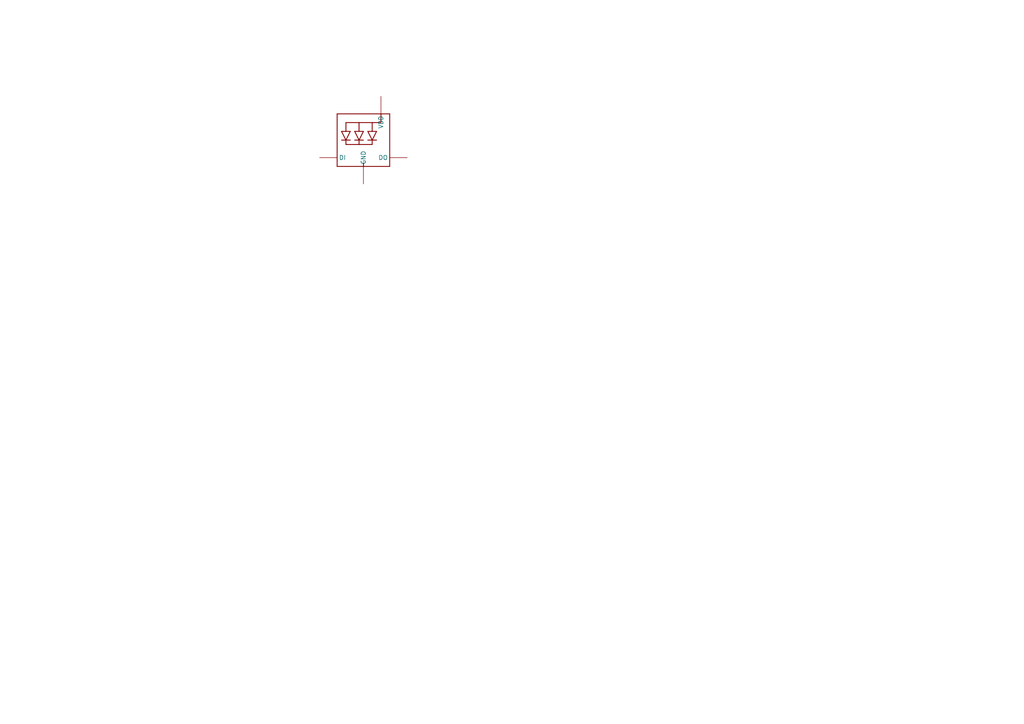
<source format=kicad_sch>
(kicad_sch (version 20231120) (generator "eeschema") (generator_version "8.0")
  (paper "A4")
  (lib_symbols
    (symbol "ICLEDs:1312020030000"
      (symbol "1312020030000_1_0"
        (polyline (pts (xy -7.62 -5.08) (xy 0 -5.08)) (stroke (width 0.254)))
        (polyline (pts (xy -7.62 10.16) (xy -7.62 -5.08)) (stroke (width 0.254)))
        (polyline (pts (xy -6.35 2.54) (xy -5.08 2.54)) (stroke (width 0.254)))
        (polyline (pts (xy -6.35 5.08) (xy -5.08 5.08)) (stroke (width 0.254)))
        (polyline (pts (xy -5.08 2.54) (xy -6.35 5.08)) (stroke (width 0.254)))
        (polyline (pts (xy -5.08 2.54) (xy -5.08 1.27)) (stroke (width 0.254)))
        (polyline (pts (xy -5.08 2.54) (xy -3.81 5.08)) (stroke (width 0.254)))
        (polyline (pts (xy -5.08 5.08) (xy -3.81 5.08)) (stroke (width 0.254)))
        (polyline (pts (xy -5.08 7.62) (xy -5.08 5.08)) (stroke (width 0.254)))
        (polyline (pts (xy -3.81 2.54) (xy -5.08 2.54)) (stroke (width 0.254)))
        (polyline (pts (xy -2.54 2.54) (xy -1.27 2.54)) (stroke (width 0.254)))
        (polyline (pts (xy -2.54 5.08) (xy 0 5.08)) (stroke (width 0.254)))
        (polyline (pts (xy -1.27 1.27) (xy -5.08 1.27)) (stroke (width 0.254)))
        (polyline (pts (xy -1.27 2.54) (xy -2.54 5.08)) (stroke (width 0.254)))
        (polyline (pts (xy -1.27 2.54) (xy -1.27 1.27)) (stroke (width 0.254)))
        (polyline (pts (xy -1.27 2.54) (xy 0 2.54)) (stroke (width 0.254)))
        (polyline (pts (xy -1.27 5.08) (xy -1.27 7.62)) (stroke (width 0.254)))
        (polyline (pts (xy -1.27 7.62) (xy -5.08 7.62)) (stroke (width 0.254)))
        (polyline (pts (xy 0 -5.08) (xy 7.62 -5.08)) (stroke (width 0.254)))
        (polyline (pts (xy 0 -4.064) (xy 0 -5.08)) (stroke (width 0.254)))
        (polyline (pts (xy 0 5.08) (xy -1.27 2.54)) (stroke (width 0.254)))
        (polyline (pts (xy 1.27 5.08) (xy 2.54 2.54)) (stroke (width 0.254)))
        (polyline (pts (xy 1.27 5.08) (xy 2.54 5.08)) (stroke (width 0.254)))
        (polyline (pts (xy 2.54 1.27) (xy -1.27 1.27)) (stroke (width 0.254)))
        (polyline (pts (xy 2.54 2.54) (xy 1.27 2.54)) (stroke (width 0.254)))
        (polyline (pts (xy 2.54 2.54) (xy 2.54 1.27)) (stroke (width 0.254)))
        (polyline (pts (xy 2.54 2.54) (xy 3.81 2.54)) (stroke (width 0.254)))
        (polyline (pts (xy 2.54 2.54) (xy 3.81 5.08)) (stroke (width 0.254)))
        (polyline (pts (xy 2.54 5.08) (xy 2.54 7.62)) (stroke (width 0.254)))
        (polyline (pts (xy 2.54 7.62) (xy -1.27 7.62)) (stroke (width 0.254)))
        (polyline (pts (xy 2.54 7.62) (xy 5.08 7.62)) (stroke (width 0.254)))
        (polyline (pts (xy 3.81 5.08) (xy 2.54 5.08)) (stroke (width 0.254)))
        (polyline (pts (xy 5.08 10.16) (xy -7.62 10.16)) (stroke (width 0.254)))
        (polyline (pts (xy 5.08 10.16) (xy 5.08 7.62)) (stroke (width 0.254)))
        (polyline (pts (xy 7.62 -5.08) (xy 7.62 10.16)) (stroke (width 0.254)))
        (polyline (pts (xy 7.62 10.16) (xy 5.08 10.16)) (stroke (width 0.254)))
        (pin output line (at 12.7 -2.54 180) (length 5.08) (name "DO") (number "1-DOUT"))
        (pin power_in line (at 5.08 15.24 270) (length 5.08) (name "VDD") (number "2-VDD"))
        (pin input line (at -12.7 -2.54 0) (length 5.08) (name "DI") (number "3-DIN"))
        (pin power_in line (at 0 -10.16 90) (length 5.08) (name "GND") (number "4-GND"))
      )
    )
  )
  (symbol (lib_id "ICLEDs:1312020030000") (at 105.41 43.18 0) (unit 1)
    (property "Reference" "1" (effects (hide yes)))
    (property "Footprint" "ICLEDS:1312020030000" (effects (hide yes)))
  )
)
</source>
